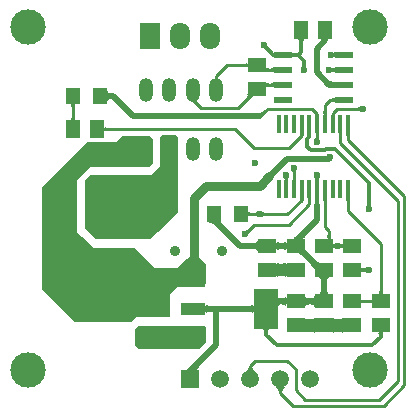
<source format=gbl>
G04 Layer_Physical_Order=2*
G04 Layer_Color=16711680*
%FSLAX44Y44*%
%MOMM*%
G71*
G01*
G75*
%ADD11C,1.0000*%
%ADD12C,0.2540*%
%ADD13C,0.5000*%
%ADD14C,0.3000*%
%ADD15C,1.5000*%
%ADD16C,3.0000*%
%ADD17C,0.9000*%
%ADD18R,1.5000X1.5000*%
%ADD19C,1.5000*%
%ADD20O,1.7000X2.3000*%
%ADD21R,1.7000X2.3000*%
%ADD22O,1.2000X2.0000*%
%ADD23C,0.6000*%
%ADD24R,1.2700X1.6002*%
%ADD25R,1.5240X0.5080*%
%ADD26R,0.3000X1.6000*%
%ADD27R,1.2700X1.3970*%
%ADD28R,1.5000X3.7500*%
%ADD29R,2.1500X3.5000*%
%ADD30R,2.1500X1.1000*%
%ADD31R,2.1500X1.1000*%
%ADD32R,1.6002X1.2700*%
%ADD33C,0.8000*%
G36*
X266950Y106414D02*
X267023Y106408D01*
X267327Y106400D01*
X267477Y103860D01*
X267172Y103851D01*
X266950Y103831D01*
Y102590D01*
X266924Y102831D01*
X266847Y103047D01*
X266719Y103238D01*
X266539Y103403D01*
X266307Y103542D01*
X266086Y103632D01*
X265884Y103546D01*
X265674Y103432D01*
X265481Y103301D01*
X265303Y103153D01*
X265141Y102987D01*
X262890Y105194D01*
X260639Y102987D01*
X260477Y103153D01*
X260299Y103301D01*
X260106Y103432D01*
X259896Y103546D01*
X259694Y103632D01*
X259473Y103542D01*
X259241Y103403D01*
X259061Y103238D01*
X258933Y103047D01*
X258856Y102831D01*
X258830Y102590D01*
Y103831D01*
X258608Y103851D01*
X258303Y103860D01*
X258453Y106400D01*
X258757Y106408D01*
X258830Y106414D01*
Y107670D01*
X258856Y107429D01*
X258933Y107213D01*
X259061Y107022D01*
X259241Y106857D01*
X259473Y106718D01*
X259755Y106603D01*
X259810Y106589D01*
X259834Y106595D01*
X260068Y106681D01*
X260288Y106783D01*
X260494Y106900D01*
X260685Y107033D01*
X260863Y107181D01*
X262890Y105194D01*
X264917Y107181D01*
X265095Y107033D01*
X265286Y106900D01*
X265492Y106783D01*
X265712Y106681D01*
X265946Y106595D01*
X265970Y106589D01*
X266025Y106603D01*
X266307Y106718D01*
X266539Y106857D01*
X266719Y107022D01*
X266847Y107213D01*
X266924Y107429D01*
X266950Y107670D01*
Y106414D01*
D02*
G37*
G36*
X194950Y100130D02*
X194900Y100605D01*
X194749Y101030D01*
X194497Y101405D01*
X194145Y101730D01*
X193692Y102005D01*
X193139Y102230D01*
X192485Y102405D01*
X191730Y102530D01*
X190875Y102605D01*
X189919Y102630D01*
Y107630D01*
X190875Y107655D01*
X191730Y107730D01*
X192485Y107855D01*
X193139Y108030D01*
X193692Y108255D01*
X194145Y108530D01*
X194497Y108855D01*
X194749Y109230D01*
X194900Y109655D01*
X194950Y110130D01*
Y100130D01*
D02*
G37*
G36*
X127000Y197000D02*
Y183000D01*
Y134000D01*
X110000Y117000D01*
X104000Y111000D01*
X58000D01*
X53000Y116000D01*
X49000Y120000D01*
Y128000D01*
Y161000D01*
X50000Y162000D01*
X53000Y165000D01*
X105000D01*
X109000Y169000D01*
X112000Y172000D01*
Y177000D01*
Y197000D01*
X114000Y199000D01*
X125000D01*
X127000Y197000D01*
D02*
G37*
G36*
X218950Y100130D02*
X218900Y100605D01*
X218749Y101030D01*
X218497Y101405D01*
X218145Y101730D01*
X217692Y102005D01*
X217139Y102230D01*
X216485Y102405D01*
X215730Y102530D01*
X214893Y102604D01*
X214060Y102530D01*
X213311Y102405D01*
X212661Y102230D01*
X212111Y102005D01*
X211660Y101730D01*
X211311Y101405D01*
X211061Y101030D01*
X210910Y100605D01*
X210861Y100130D01*
Y110130D01*
X210910Y109655D01*
X211061Y109230D01*
X211311Y108855D01*
X211660Y108530D01*
X212111Y108255D01*
X212661Y108030D01*
X213311Y107855D01*
X214060Y107730D01*
X214893Y107657D01*
X215730Y107730D01*
X216485Y107855D01*
X217139Y108030D01*
X217692Y108255D01*
X218145Y108530D01*
X218497Y108855D01*
X218749Y109230D01*
X218900Y109655D01*
X218950Y110130D01*
Y100130D01*
D02*
G37*
G36*
X234528Y105025D02*
X234373Y104585D01*
X234363Y104068D01*
X234501Y103475D01*
X234784Y102806D01*
X235214Y102061D01*
X235790Y101240D01*
X236512Y100342D01*
X238396Y98318D01*
X234368Y95275D01*
X233362Y96246D01*
X231549Y97778D01*
X230743Y98340D01*
X230002Y98764D01*
X229328Y99053D01*
X228721Y99205D01*
X228180Y99220D01*
X227705Y99099D01*
X227297Y98841D01*
X234830Y105389D01*
X234528Y105025D01*
D02*
G37*
G36*
X282890Y87525D02*
X282980Y87270D01*
X283130Y87045D01*
X283340Y86850D01*
X283610Y86685D01*
X283941Y86550D01*
X284331Y86445D01*
X284781Y86370D01*
X285057Y86346D01*
X285307Y86368D01*
X285563Y86413D01*
X285797Y86471D01*
X286010Y86541D01*
X286200Y86625D01*
X286368Y86721D01*
X286514Y86831D01*
X286639Y86953D01*
X286863Y82759D01*
X286732Y82864D01*
X286579Y82957D01*
X286406Y83040D01*
X286211Y83112D01*
X285994Y83172D01*
X285756Y83222D01*
X285497Y83260D01*
X285175Y83285D01*
X284781Y83250D01*
X284331Y83175D01*
X283941Y83070D01*
X283610Y82935D01*
X283340Y82770D01*
X283130Y82575D01*
X282980Y82350D01*
X282890Y82095D01*
X282861Y81810D01*
Y87810D01*
X282890Y87525D01*
D02*
G37*
G36*
X255415Y78471D02*
X254990Y78320D01*
X254615Y78068D01*
X254290Y77716D01*
X254015Y77263D01*
X253790Y76710D01*
X253615Y76056D01*
X253490Y75301D01*
X253415Y74446D01*
X253390Y73491D01*
X248390D01*
X248365Y74446D01*
X248290Y75301D01*
X248165Y76056D01*
X247990Y76710D01*
X247765Y77263D01*
X247490Y77716D01*
X247165Y78068D01*
X246790Y78320D01*
X246365Y78471D01*
X245890Y78521D01*
X255890D01*
X255415Y78471D01*
D02*
G37*
G36*
X218920Y89825D02*
X218960Y89823D01*
X220861Y89810D01*
Y79810D01*
X218960Y79797D01*
X218920Y79794D01*
Y78491D01*
X218820Y78741D01*
X218519Y78966D01*
X218020Y79163D01*
X217320Y79335D01*
X216420Y79480D01*
X215563Y79555D01*
X212460Y79335D01*
X211761Y79163D01*
X211261Y78966D01*
X210961Y78741D01*
X210861Y78491D01*
Y79795D01*
X210819Y79797D01*
X208920Y79810D01*
Y89810D01*
X210819Y89823D01*
X210861Y89826D01*
Y91130D01*
X210961Y90879D01*
X211261Y90654D01*
X211761Y90457D01*
X212460Y90285D01*
X213361Y90140D01*
X214217Y90065D01*
X217320Y90285D01*
X218020Y90457D01*
X218519Y90654D01*
X218820Y90879D01*
X218920Y91130D01*
Y89825D01*
D02*
G37*
G36*
X243114Y93636D02*
X245004Y92028D01*
X245830Y91449D01*
X246577Y91021D01*
X247245Y90742D01*
X247833Y90614D01*
X248341Y90636D01*
X248771Y90808D01*
X249120Y91130D01*
X242920Y83188D01*
X243163Y83616D01*
X243274Y84106D01*
X243252Y84658D01*
X243098Y85272D01*
X242811Y85948D01*
X242391Y86687D01*
X241838Y87487D01*
X241153Y88349D01*
X240335Y89273D01*
X239384Y90259D01*
X242049Y94665D01*
X243114Y93636D01*
D02*
G37*
G36*
X199203Y133912D02*
X199388Y133771D01*
X199588Y133647D01*
X199803Y133539D01*
X200033Y133448D01*
X200278Y133373D01*
X200538Y133315D01*
X200813Y133273D01*
X201103Y133248D01*
X201408Y133240D01*
Y130700D01*
X201103Y130692D01*
X200813Y130667D01*
X200538Y130625D01*
X200278Y130567D01*
X200033Y130492D01*
X199803Y130401D01*
X199588Y130293D01*
X199388Y130169D01*
X199203Y130028D01*
X199032Y129870D01*
X196890Y131970D01*
X199032Y134070D01*
X199203Y133912D01*
D02*
G37*
G36*
X196890Y131970D02*
X194748Y129870D01*
X194577Y130028D01*
X194392Y130169D01*
X194192Y130293D01*
X193977Y130401D01*
X193747Y130492D01*
X193502Y130567D01*
X193242Y130625D01*
X192967Y130667D01*
X192677Y130692D01*
X192372Y130700D01*
Y133240D01*
X192677Y133248D01*
X192967Y133273D01*
X193242Y133315D01*
X193502Y133373D01*
X193747Y133448D01*
X193977Y133539D01*
X194192Y133647D01*
X194392Y133771D01*
X194577Y133912D01*
X194748Y134070D01*
X196890Y131970D01*
D02*
G37*
G36*
X246909Y141737D02*
X243371D01*
X243422Y141837D01*
X243468Y142032D01*
X243508Y142321D01*
X243573Y143180D01*
X243640Y146970D01*
X246640D01*
X246909Y141737D01*
D02*
G37*
G36*
X290396Y140045D02*
X290444Y139465D01*
X290486Y139207D01*
X290540Y138970D01*
X290606Y138756D01*
X290684Y138562D01*
X290774Y138391D01*
X290876Y138241D01*
X290990Y138112D01*
X286790D01*
X286904Y138241D01*
X287006Y138391D01*
X287096Y138562D01*
X287174Y138756D01*
X287240Y138970D01*
X287294Y139207D01*
X287336Y139465D01*
X287366Y139744D01*
X287390Y140368D01*
X290390D01*
X290396Y140045D01*
D02*
G37*
G36*
X186635Y134269D02*
X186712Y134053D01*
X186840Y133862D01*
X187020Y133697D01*
X187252Y133558D01*
X187534Y133443D01*
X187869Y133354D01*
X188254Y133291D01*
X188691Y133253D01*
X189179Y133240D01*
Y130700D01*
X188691Y130687D01*
X188254Y130649D01*
X187869Y130586D01*
X187534Y130497D01*
X187252Y130382D01*
X187020Y130243D01*
X186840Y130078D01*
X186712Y129887D01*
X186635Y129671D01*
X186609Y129430D01*
Y134510D01*
X186635Y134269D01*
D02*
G37*
G36*
X236140Y114665D02*
X235872Y114338D01*
X235635Y114003D01*
X235429Y113661D01*
X235256Y113311D01*
X235113Y112954D01*
X235003Y112589D01*
X234924Y112217D01*
X234876Y111837D01*
X234860Y111449D01*
X222299Y111419D01*
X223002Y111456D01*
X223706Y111564D01*
X224411Y111744D01*
X225116Y111994D01*
X225823Y112315D01*
X226531Y112707D01*
X227239Y113170D01*
X227948Y113704D01*
X228659Y114309D01*
X229370Y114985D01*
X236441D01*
X236140Y114665D01*
D02*
G37*
G36*
X256173Y113501D02*
X256211Y113064D01*
X256274Y112678D01*
X256363Y112344D01*
X256478Y112062D01*
X256617Y111830D01*
X256782Y111650D01*
X256973Y111522D01*
X257189Y111445D01*
X257430Y111419D01*
X252350D01*
X252591Y111445D01*
X252807Y111522D01*
X252998Y111650D01*
X253163Y111830D01*
X253302Y112062D01*
X253417Y112344D01*
X253506Y112678D01*
X253569Y113064D01*
X253607Y113501D01*
X253620Y113989D01*
X256160D01*
X256173Y113501D01*
D02*
G37*
G36*
X163739Y124980D02*
X163777Y124874D01*
X163894Y124697D01*
X164090Y124450D01*
X164717Y123743D01*
X166916Y121480D01*
X159845D01*
X159137Y122152D01*
X158430Y122753D01*
X157723Y123283D01*
X157016Y123743D01*
X156309Y124132D01*
X155602Y124450D01*
X154895Y124697D01*
X154188Y124874D01*
X153481Y124980D01*
X152774Y125015D01*
X163780D01*
X163739Y124980D01*
D02*
G37*
G36*
X187983Y117267D02*
X187773Y117045D01*
X187586Y116823D01*
X187421Y116599D01*
X187278Y116374D01*
X187157Y116148D01*
X187059Y115920D01*
X186983Y115692D01*
X186930Y115463D01*
X186899Y115232D01*
X186890Y115000D01*
X183920Y117970D01*
X184152Y117979D01*
X184383Y118010D01*
X184612Y118063D01*
X184841Y118139D01*
X185068Y118237D01*
X185294Y118358D01*
X185519Y118500D01*
X185742Y118666D01*
X185965Y118853D01*
X186187Y119063D01*
X187983Y117267D01*
D02*
G37*
G36*
X105890Y195970D02*
X105890Y174970D01*
X102890Y171970D01*
X52890D01*
X47890Y166970D01*
X41890Y160970D01*
Y141970D01*
Y116970D01*
X45890Y112970D01*
X55890Y102970D01*
X90890D01*
X97890Y95970D01*
X107890Y85970D01*
X126890D01*
X134890Y93970D01*
X136890Y95970D01*
X144890D01*
X150890Y89970D01*
Y84970D01*
Y72970D01*
X147890Y69970D01*
X126890D01*
X120890Y63970D01*
Y62970D01*
Y46970D01*
X118890Y44970D01*
X91890D01*
X87890Y40970D01*
X39890D01*
X34890Y45970D01*
X11890Y68970D01*
Y129970D01*
Y154970D01*
X16890Y159970D01*
X49890Y192970D01*
X74890D01*
X75890Y193970D01*
X79890Y197970D01*
X103890D01*
X105890Y195970D01*
D02*
G37*
G36*
X204605Y34501D02*
X204350Y34410D01*
X204125Y34258D01*
X203930Y34046D01*
X203765Y33773D01*
X203630Y33440D01*
X203525Y33046D01*
X203450Y32592D01*
X203405Y32076D01*
X203390Y31500D01*
X200390D01*
X200375Y32076D01*
X200330Y32592D01*
X200255Y33046D01*
X200150Y33440D01*
X200015Y33773D01*
X199850Y34046D01*
X199655Y34258D01*
X199430Y34410D01*
X199175Y34501D01*
X198890Y34531D01*
X204890D01*
X204605Y34501D01*
D02*
G37*
G36*
X266919Y42825D02*
X266961Y42823D01*
X268860Y42810D01*
Y32810D01*
X266961Y32797D01*
X266919Y32794D01*
Y31490D01*
X266819Y31741D01*
X266520Y31965D01*
X266019Y32163D01*
X265319Y32335D01*
X264419Y32480D01*
X263563Y32555D01*
X260460Y32335D01*
X259760Y32163D01*
X259261Y31965D01*
X258960Y31741D01*
X258860Y31490D01*
Y32796D01*
X258820Y32797D01*
X256919Y32810D01*
Y42810D01*
X258820Y42823D01*
X258860Y42826D01*
Y44130D01*
X258960Y43879D01*
X259261Y43654D01*
X259760Y43457D01*
X260460Y43285D01*
X261360Y43140D01*
X262217Y43065D01*
X265319Y43285D01*
X266019Y43457D01*
X266520Y43654D01*
X266819Y43879D01*
X266919Y44130D01*
Y42825D01*
D02*
G37*
G36*
X242920D02*
X242960Y42823D01*
X244860Y42810D01*
Y32810D01*
X242960Y32797D01*
X242920Y32794D01*
Y31490D01*
X242819Y31741D01*
X242519Y31965D01*
X242020Y32163D01*
X241320Y32335D01*
X240420Y32480D01*
X239563Y32555D01*
X236460Y32335D01*
X235760Y32163D01*
X235261Y31965D01*
X234960Y31741D01*
X234860Y31490D01*
Y32796D01*
X234820Y32797D01*
X232920Y32810D01*
Y42810D01*
X234820Y42823D01*
X234860Y42826D01*
Y44130D01*
X234960Y43879D01*
X235261Y43654D01*
X235760Y43457D01*
X236460Y43285D01*
X237360Y43140D01*
X238217Y43065D01*
X241320Y43285D01*
X242020Y43457D01*
X242519Y43654D01*
X242819Y43879D01*
X242920Y44130D01*
Y42825D01*
D02*
G37*
G36*
X301605Y31491D02*
X301350Y31400D01*
X301125Y31248D01*
X300930Y31036D01*
X300765Y30763D01*
X300630Y30430D01*
X300525Y30036D01*
X300450Y29581D01*
X300405Y29066D01*
X300390Y28491D01*
X297390D01*
X297375Y29066D01*
X297330Y29581D01*
X297255Y30036D01*
X297150Y30430D01*
X297015Y30763D01*
X296850Y31036D01*
X296655Y31248D01*
X296430Y31400D01*
X296175Y31491D01*
X295890Y31521D01*
X301890D01*
X301605Y31491D01*
D02*
G37*
G36*
X189998Y3194D02*
X190110Y2608D01*
X190297Y2011D01*
X190560Y1404D01*
X190897Y787D01*
X191309Y159D01*
X191796Y-479D01*
X192358Y-1127D01*
X192995Y-1786D01*
X193707Y-2455D01*
X183673D01*
X184385Y-1786D01*
X185584Y-479D01*
X186071Y159D01*
X186483Y787D01*
X186821Y1404D01*
X187083Y2011D01*
X187270Y2608D01*
X187383Y3194D01*
X187420Y3770D01*
X189960D01*
X189998Y3194D01*
D02*
G37*
G36*
X217828Y-14600D02*
X217310Y-15052D01*
X216853Y-15520D01*
X216457Y-16003D01*
X216122Y-16502D01*
X215847Y-17017D01*
X215634Y-17546D01*
X215482Y-18092D01*
X215390Y-18653D01*
X215360Y-19230D01*
X212820D01*
X212789Y-18653D01*
X212698Y-18092D01*
X212546Y-17546D01*
X212332Y-17017D01*
X212058Y-16502D01*
X211723Y-16003D01*
X211327Y-15520D01*
X210870Y-15052D01*
X210352Y-14600D01*
X209773Y-14163D01*
X218407D01*
X217828Y-14600D01*
D02*
G37*
G36*
X151000Y36000D02*
Y24000D01*
X145000Y18000D01*
X94000D01*
X91000Y21000D01*
Y25000D01*
Y35000D01*
X93130Y37129D01*
X149871D01*
X151000Y36000D01*
D02*
G37*
G36*
X145511Y2975D02*
X144873Y2303D01*
X144373Y1702D01*
X144012Y1172D01*
X143789Y712D01*
X143705Y323D01*
X143759Y5D01*
X143952Y-242D01*
X144283Y-419D01*
X144752Y-525D01*
X145359Y-560D01*
X131368Y-591D01*
X132089Y-536D01*
X132846Y-375D01*
X133639Y-108D01*
X134469Y266D01*
X135335Y746D01*
X136236Y1333D01*
X137175Y2026D01*
X139160Y3731D01*
X140207Y4743D01*
X145511Y2975D01*
D02*
G37*
G36*
X242950Y53130D02*
X242900Y53605D01*
X242749Y54030D01*
X242497Y54405D01*
X242145Y54730D01*
X241692Y55005D01*
X241139Y55230D01*
X240485Y55405D01*
X239730Y55530D01*
X238893Y55603D01*
X238060Y55530D01*
X237311Y55405D01*
X236660Y55230D01*
X236110Y55005D01*
X235660Y54730D01*
X235310Y54405D01*
X235061Y54030D01*
X234911Y53605D01*
X234860Y53130D01*
Y63130D01*
X234911Y62655D01*
X235061Y62230D01*
X235310Y61855D01*
X235660Y61530D01*
X236110Y61255D01*
X236660Y61030D01*
X237311Y60855D01*
X238060Y60730D01*
X238893Y60656D01*
X239730Y60730D01*
X240485Y60855D01*
X241139Y61030D01*
X241692Y61255D01*
X242145Y61530D01*
X242497Y61855D01*
X242749Y62230D01*
X242900Y62655D01*
X242950Y63130D01*
Y53130D01*
D02*
G37*
G36*
X290950Y55590D02*
X290924Y55831D01*
X290847Y56047D01*
X290719Y56238D01*
X290539Y56403D01*
X290307Y56543D01*
X290025Y56657D01*
X289690Y56746D01*
X289305Y56809D01*
X288868Y56847D01*
X288379Y56860D01*
Y59400D01*
X288868Y59413D01*
X289305Y59451D01*
X289690Y59514D01*
X290025Y59603D01*
X290307Y59717D01*
X290539Y59857D01*
X290719Y60022D01*
X290847Y60213D01*
X290924Y60429D01*
X290950Y60670D01*
Y55590D01*
D02*
G37*
G36*
X300173Y66501D02*
X300211Y66064D01*
X300274Y65679D01*
X300363Y65344D01*
X300478Y65062D01*
X300617Y64830D01*
X300782Y64650D01*
X300973Y64522D01*
X301189Y64445D01*
X301430Y64419D01*
X296350D01*
X296591Y64445D01*
X296807Y64522D01*
X296998Y64650D01*
X297163Y64830D01*
X297302Y65062D01*
X297417Y65344D01*
X297506Y65679D01*
X297569Y66064D01*
X297607Y66501D01*
X297620Y66989D01*
X300160D01*
X300173Y66501D01*
D02*
G37*
G36*
X253415Y68494D02*
X253490Y67639D01*
X253615Y66884D01*
X253790Y66230D01*
X254015Y65677D01*
X254290Y65224D01*
X254615Y64872D01*
X254990Y64620D01*
X255415Y64469D01*
X255890Y64419D01*
X245890D01*
X246365Y64469D01*
X246790Y64620D01*
X247165Y64872D01*
X247490Y65224D01*
X247765Y65677D01*
X247990Y66230D01*
X248165Y66884D01*
X248290Y67639D01*
X248365Y68494D01*
X248390Y69450D01*
X253390D01*
X253415Y68494D01*
D02*
G37*
G36*
X282886Y60429D02*
X282962Y60213D01*
X283089Y60022D01*
X283267Y59857D01*
X283496Y59717D01*
X283775Y59603D01*
X284105Y59514D01*
X284486Y59451D01*
X284918Y59413D01*
X285401Y59400D01*
Y56860D01*
X284918Y56847D01*
X284486Y56809D01*
X284105Y56746D01*
X283775Y56657D01*
X283496Y56543D01*
X283267Y56403D01*
X283089Y56238D01*
X282962Y56047D01*
X282886Y55831D01*
X282861Y55590D01*
Y60670D01*
X282886Y60429D01*
D02*
G37*
G36*
X191201Y46970D02*
X191151Y47445D01*
X191000Y47870D01*
X190748Y48245D01*
X190396Y48570D01*
X189943Y48845D01*
X189390Y49070D01*
X188736Y49245D01*
X187981Y49370D01*
X187126Y49445D01*
X186171Y49470D01*
Y54470D01*
X187126Y54495D01*
X187981Y54570D01*
X188736Y54695D01*
X189390Y54870D01*
X189943Y55095D01*
X190396Y55370D01*
X190748Y55695D01*
X191000Y56070D01*
X191151Y56495D01*
X191201Y56970D01*
Y46970D01*
D02*
G37*
G36*
X203608Y50103D02*
X203562Y49908D01*
X203522Y49619D01*
X203457Y48760D01*
X203390Y44970D01*
X200390D01*
X200121Y50203D01*
X203659D01*
X203608Y50103D01*
D02*
G37*
G36*
X218950Y53130D02*
X218900Y53605D01*
X218749Y54030D01*
X218497Y54405D01*
X218145Y54730D01*
X217692Y55005D01*
X217139Y55230D01*
X216485Y55405D01*
X215730Y55530D01*
X214875Y55605D01*
X213920Y55630D01*
Y60630D01*
X214875Y60655D01*
X215730Y60730D01*
X216485Y60855D01*
X217139Y61030D01*
X217692Y61255D01*
X218145Y61530D01*
X218497Y61855D01*
X218749Y62230D01*
X218900Y62655D01*
X218950Y63130D01*
Y53130D01*
D02*
G37*
G36*
X150660Y56495D02*
X150810Y56070D01*
X151060Y55695D01*
X151410Y55370D01*
X151860Y55095D01*
X152410Y54870D01*
X153060Y54695D01*
X153810Y54570D01*
X154660Y54495D01*
X155610Y54470D01*
Y51752D01*
X158890Y54470D01*
Y51970D01*
X158122Y49202D01*
X154180Y49403D01*
X153810Y49370D01*
X153060Y49245D01*
X152410Y49070D01*
X151860Y48845D01*
X151410Y48570D01*
X151060Y48245D01*
X150810Y47870D01*
X150660Y47445D01*
X150610Y46970D01*
Y56970D01*
X150660Y56495D01*
D02*
G37*
G36*
X208265Y239111D02*
X208240Y239346D01*
X208164Y239557D01*
X208037Y239743D01*
X207859Y239904D01*
X207631Y240040D01*
X207351Y240152D01*
X207021Y240238D01*
X206640Y240300D01*
X206208Y240338D01*
X205725Y240350D01*
Y242890D01*
X206208Y242902D01*
X206640Y242940D01*
X207021Y243001D01*
X207351Y243088D01*
X207631Y243200D01*
X207859Y243336D01*
X208037Y243497D01*
X208164Y243683D01*
X208240Y243894D01*
X208265Y244130D01*
Y239111D01*
D02*
G37*
G36*
X201886Y243894D02*
X201962Y243683D01*
X202089Y243497D01*
X202267Y243336D01*
X202495Y243200D01*
X202775Y243088D01*
X203105Y243001D01*
X203486Y242940D01*
X203918Y242902D01*
X204401Y242890D01*
Y240350D01*
X203918Y240337D01*
X203486Y240299D01*
X203105Y240236D01*
X202775Y240147D01*
X202495Y240033D01*
X202267Y239893D01*
X202089Y239728D01*
X201962Y239537D01*
X201886Y239321D01*
X201861Y239080D01*
Y244130D01*
X201886Y243894D01*
D02*
G37*
G36*
X161167Y248514D02*
X161225Y247747D01*
X161276Y247435D01*
X161341Y247171D01*
X161420Y246956D01*
X161514Y246788D01*
X161623Y246668D01*
X161745Y246596D01*
X161883Y246572D01*
X157897D01*
X158035Y246596D01*
X158157Y246668D01*
X158266Y246788D01*
X158360Y246956D01*
X158439Y247171D01*
X158504Y247435D01*
X158555Y247747D01*
X158591Y248107D01*
X158620Y248970D01*
X161160D01*
X161167Y248514D01*
D02*
G37*
G36*
X260336Y239111D02*
X255540Y239120D01*
Y244120D01*
X260336Y244130D01*
Y239111D01*
D02*
G37*
G36*
X191163Y231521D02*
X190894Y231588D01*
X190606Y231600D01*
X190297Y231556D01*
X189968Y231456D01*
X189619Y231301D01*
X189249Y231091D01*
X188860Y230825D01*
X188450Y230504D01*
X188020Y230127D01*
X187570Y229694D01*
X184123Y229839D01*
X184703Y230437D01*
X185598Y231473D01*
X185913Y231911D01*
X186139Y232297D01*
X186278Y232630D01*
X186328Y232909D01*
X186290Y233136D01*
X186164Y233310D01*
X185950Y233432D01*
X191163Y231521D01*
D02*
G37*
G36*
X143627Y228487D02*
X143441Y228367D01*
X143330Y228208D01*
X143295Y228009D01*
X143335Y227772D01*
X143449Y227495D01*
X143639Y227179D01*
X143905Y226823D01*
X144245Y226429D01*
X144661Y225995D01*
X141870Y225194D01*
X141389Y225657D01*
X140486Y226419D01*
X140065Y226718D01*
X139663Y226961D01*
X139282Y227149D01*
X138920Y227282D01*
X138579Y227360D01*
X138257Y227383D01*
X137955Y227351D01*
X143888Y228568D01*
X143627Y228487D01*
D02*
G37*
G36*
X40759Y225020D02*
X40543Y224943D01*
X40352Y224815D01*
X40187Y224635D01*
X40047Y224403D01*
X39933Y224121D01*
X39844Y223786D01*
X39781Y223401D01*
X39743Y222964D01*
X39730Y222475D01*
X37190D01*
X37177Y222964D01*
X37139Y223401D01*
X37076Y223786D01*
X36987Y224121D01*
X36872Y224403D01*
X36733Y224635D01*
X36568Y224815D01*
X36377Y224943D01*
X36161Y225020D01*
X35920Y225046D01*
X41000D01*
X40759Y225020D01*
D02*
G37*
G36*
X67652Y235888D02*
X67780Y235590D01*
X67994Y235328D01*
X68294Y235100D01*
X68679Y234908D01*
X69150Y234750D01*
X69707Y234627D01*
X70349Y234540D01*
X71077Y234487D01*
X71890Y234470D01*
Y229470D01*
X71077Y229452D01*
X69707Y229312D01*
X69150Y229190D01*
X68679Y229032D01*
X68294Y228840D01*
X67994Y228612D01*
X67780Y228350D01*
X67652Y228052D01*
X67609Y227719D01*
Y236220D01*
X67652Y235888D01*
D02*
G37*
G36*
X260336Y226411D02*
X260310Y226646D01*
X260234Y226857D01*
X260107Y227043D01*
X259929Y227204D01*
X259701Y227340D01*
X259421Y227452D01*
X259091Y227538D01*
X258710Y227600D01*
X258278Y227638D01*
X257796Y227650D01*
Y230190D01*
X258278Y230202D01*
X258710Y230240D01*
X259091Y230301D01*
X259421Y230388D01*
X259701Y230500D01*
X259929Y230636D01*
X260107Y230797D01*
X260234Y230983D01*
X260310Y231194D01*
X260336Y231430D01*
Y226411D01*
D02*
G37*
G36*
Y268576D02*
X260354Y268573D01*
X260634Y268543D01*
X261259Y268520D01*
X261316Y265520D01*
X260994Y265514D01*
X260414Y265465D01*
X260336Y265452D01*
Y264510D01*
X260306Y264702D01*
X260215Y264874D01*
X260065Y265025D01*
X259855Y265157D01*
X259608Y265258D01*
X259514Y265219D01*
X259343Y265127D01*
X259194Y265023D01*
X259067Y264906D01*
X259059Y265394D01*
X258866Y265429D01*
X258416Y265480D01*
X257906Y265510D01*
X257335Y265520D01*
Y268520D01*
X257906Y268530D01*
X258866Y268611D01*
X259005Y268636D01*
X258997Y269105D01*
X259126Y268994D01*
X259277Y268895D01*
X259450Y268807D01*
X259557Y268765D01*
X259585Y268772D01*
X259855Y268883D01*
X260065Y269015D01*
X260215Y269166D01*
X260306Y269338D01*
X260336Y269529D01*
Y268576D01*
D02*
G37*
G36*
X223475Y269338D02*
X223564Y269166D01*
X223715Y269015D01*
X223925Y268883D01*
X224195Y268772D01*
X224524Y268682D01*
X224914Y268611D01*
X225364Y268560D01*
X225875Y268530D01*
X226444Y268520D01*
Y265520D01*
X225875Y265510D01*
X224914Y265429D01*
X224524Y265359D01*
X224195Y265268D01*
X223925Y265157D01*
X223715Y265025D01*
X223564Y264874D01*
X223475Y264702D01*
X223444Y264510D01*
Y269529D01*
X223475Y269338D01*
D02*
G37*
G36*
X234445Y279970D02*
X234190Y279879D01*
X233965Y279729D01*
X233770Y279520D01*
X233605Y279249D01*
X233470Y278920D01*
X233365Y278529D01*
X233290Y278079D01*
X233245Y277570D01*
X233230Y276999D01*
X230230D01*
X230215Y277570D01*
X230170Y278079D01*
X230095Y278529D01*
X229990Y278920D01*
X229855Y279249D01*
X229690Y279520D01*
X229495Y279729D01*
X229270Y279879D01*
X229015Y279970D01*
X228730Y280000D01*
X234730D01*
X234445Y279970D01*
D02*
G37*
G36*
X202900Y274769D02*
X202934Y274590D01*
X202992Y274405D01*
X203073Y274214D01*
X203178Y274015D01*
X203307Y273810D01*
X203460Y273598D01*
X203636Y273379D01*
X204061Y272921D01*
X201939Y270799D01*
X201707Y271023D01*
X201262Y271400D01*
X201050Y271553D01*
X200845Y271682D01*
X200646Y271787D01*
X200455Y271868D01*
X200270Y271926D01*
X200091Y271960D01*
X199920Y271970D01*
X202890Y274940D01*
X202900Y274769D01*
D02*
G37*
G36*
X235396Y258045D02*
X235444Y257465D01*
X235486Y257207D01*
X235540Y256970D01*
X235606Y256756D01*
X235684Y256562D01*
X235774Y256391D01*
X235876Y256241D01*
X235990Y256112D01*
X231790D01*
X231904Y256241D01*
X232006Y256391D01*
X232096Y256562D01*
X232174Y256756D01*
X232240Y256970D01*
X232294Y257207D01*
X232336Y257465D01*
X232366Y257744D01*
X232390Y258368D01*
X235390D01*
X235396Y258045D01*
D02*
G37*
G36*
X201886Y256619D02*
X201962Y256403D01*
X202089Y256212D01*
X202267Y256047D01*
X202495Y255907D01*
X202775Y255793D01*
X203105Y255704D01*
X203486Y255641D01*
X203918Y255603D01*
X204401Y255590D01*
Y253050D01*
X203918Y253038D01*
X203486Y253000D01*
X203105Y252938D01*
X202775Y252852D01*
X202495Y252740D01*
X202267Y252604D01*
X202089Y252443D01*
X201962Y252257D01*
X201886Y252046D01*
X201861Y251810D01*
Y256860D01*
X201886Y256619D01*
D02*
G37*
G36*
X208265Y251810D02*
X208240Y252046D01*
X208164Y252257D01*
X208037Y252443D01*
X207859Y252604D01*
X207631Y252740D01*
X207351Y252852D01*
X207021Y252938D01*
X206640Y253000D01*
X206208Y253038D01*
X205725Y253050D01*
Y255590D01*
X206208Y255602D01*
X206640Y255640D01*
X207021Y255702D01*
X207351Y255788D01*
X207631Y255900D01*
X207859Y256036D01*
X208037Y256197D01*
X208164Y256383D01*
X208240Y256594D01*
X208265Y256829D01*
Y251810D01*
D02*
G37*
G36*
X260336D02*
X260306Y252002D01*
X260215Y252174D01*
X260065Y252325D01*
X259855Y252457D01*
X259585Y252568D01*
X259256Y252659D01*
X258866Y252729D01*
X258586Y252761D01*
X258563Y252758D01*
X258309Y252710D01*
X258078Y252649D01*
X257869Y252573D01*
X257684Y252484D01*
X257521Y252381D01*
X257380Y252265D01*
X257263Y252134D01*
X256773Y256306D01*
X256904Y256213D01*
X257057Y256131D01*
X257231Y256058D01*
X257427Y255995D01*
X257644Y255941D01*
X257882Y255898D01*
X258245Y255859D01*
X258866Y255911D01*
X259256Y255982D01*
X259585Y256072D01*
X259855Y256183D01*
X260065Y256315D01*
X260215Y256466D01*
X260306Y256638D01*
X260336Y256829D01*
Y251810D01*
D02*
G37*
G36*
X185950Y255590D02*
X185924Y255831D01*
X185847Y256047D01*
X185719Y256238D01*
X185539Y256403D01*
X185307Y256542D01*
X185025Y256657D01*
X184690Y256746D01*
X184305Y256809D01*
X183868Y256847D01*
X183379Y256860D01*
Y259400D01*
X183868Y259413D01*
X184305Y259451D01*
X184690Y259514D01*
X185025Y259603D01*
X185307Y259718D01*
X185539Y259857D01*
X185719Y260022D01*
X185847Y260213D01*
X185924Y260429D01*
X185950Y260670D01*
Y255590D01*
D02*
G37*
G36*
X227110Y161439D02*
X224170D01*
X224220Y161465D01*
X224264Y161541D01*
X224303Y161668D01*
X224337Y161846D01*
X224365Y162075D01*
X224407Y162684D01*
X224430Y163979D01*
X226970D01*
X227110Y161439D01*
D02*
G37*
G36*
X246412Y163497D02*
X246447Y162950D01*
X247161Y163010D01*
X247019Y162829D01*
X246891Y162634D01*
X246778Y162426D01*
X246680Y162204D01*
X246598Y161968D01*
X246530Y161719D01*
X246527Y161704D01*
X246538Y161541D01*
X246572Y161465D01*
X246609Y161439D01*
X246476D01*
X246440Y161178D01*
X246418Y160888D01*
X246410Y160583D01*
X243870Y160349D01*
X243861Y160655D01*
X243834Y160944D01*
X243790Y161216D01*
X243735Y161439D01*
X243671D01*
X243708Y161465D01*
X243720Y161492D01*
X243647Y161712D01*
X243548Y161935D01*
X243432Y162141D01*
X243298Y162330D01*
X243146Y162504D01*
X242976Y162660D01*
X243846Y162733D01*
X243870Y163979D01*
X246410D01*
X246412Y163497D01*
D02*
G37*
G36*
X246410Y197356D02*
X246418Y197052D01*
X246440Y196761D01*
X246478Y196485D01*
X246530Y196221D01*
X246598Y195972D01*
X246680Y195736D01*
X246778Y195514D01*
X246891Y195306D01*
X247019Y195111D01*
X247161Y194930D01*
X242976Y195280D01*
X243146Y195436D01*
X243298Y195609D01*
X243432Y195799D01*
X243548Y196005D01*
X243647Y196228D01*
X243727Y196468D01*
X243790Y196724D01*
X243834Y196996D01*
X243861Y197285D01*
X243870Y197591D01*
X246410Y197356D01*
D02*
G37*
G36*
X227850Y168699D02*
X227683Y168539D01*
X227533Y168363D01*
X227401Y168170D01*
X227287Y167962D01*
X227190Y167737D01*
X227111Y167496D01*
X227049Y167239D01*
X227005Y166966D01*
X226979Y166677D01*
X226970Y166371D01*
X224430Y166549D01*
X224422Y166854D01*
X224399Y167144D01*
X224361Y167421D01*
X224307Y167683D01*
X224237Y167932D01*
X224152Y168166D01*
X224052Y168387D01*
X223936Y168594D01*
X223805Y168786D01*
X223659Y168965D01*
X227850Y168699D01*
D02*
G37*
G36*
X220412Y163497D02*
X220447Y162950D01*
X221161Y163010D01*
X221019Y162829D01*
X220891Y162634D01*
X220778Y162426D01*
X220680Y162204D01*
X220598Y161968D01*
X220530Y161719D01*
X220527Y161704D01*
X220538Y161541D01*
X220572Y161465D01*
X220609Y161439D01*
X220476D01*
X220440Y161178D01*
X220417Y160888D01*
X220410Y160583D01*
X217870Y160349D01*
X217861Y160655D01*
X217834Y160944D01*
X217789Y161216D01*
X217735Y161439D01*
X217670D01*
X217708Y161465D01*
X217720Y161492D01*
X217647Y161712D01*
X217548Y161935D01*
X217432Y162141D01*
X217298Y162330D01*
X217146Y162504D01*
X216976Y162660D01*
X217845Y162733D01*
X217870Y163979D01*
X220410D01*
X220412Y163497D01*
D02*
G37*
G36*
X253072Y145475D02*
X253038Y145399D01*
X253008Y145272D01*
X252982Y145094D01*
X252942Y144586D01*
X252910Y142961D01*
X250370D01*
X250368Y143443D01*
X250242Y145399D01*
X250208Y145475D01*
X250170Y145500D01*
X253109D01*
X253072Y145475D01*
D02*
G37*
G36*
X240072D02*
X240038Y145399D01*
X240008Y145272D01*
X239982Y145094D01*
X239942Y144586D01*
X239910Y142961D01*
X237370D01*
X237368Y143443D01*
X237242Y145399D01*
X237208Y145475D01*
X237171Y145500D01*
X240110D01*
X240072Y145475D01*
D02*
G37*
G36*
X233419Y145488D02*
X233417Y145449D01*
X233410Y144220D01*
X230870D01*
X230860Y145500D01*
X233421D01*
X233419Y145488D01*
D02*
G37*
G36*
X272572Y145475D02*
X272538Y145399D01*
X272508Y145272D01*
X272482Y145094D01*
X272442Y144586D01*
X272410Y142961D01*
X269870D01*
X269868Y143443D01*
X269742Y145399D01*
X269708Y145475D01*
X269671Y145500D01*
X272610D01*
X272572Y145475D01*
D02*
G37*
G36*
X202846Y219130D02*
X202190Y218466D01*
X199701Y215639D01*
X199528Y215361D01*
X199425Y215137D01*
X199390Y214968D01*
X196888Y217470D01*
X197057Y217505D01*
X197281Y217608D01*
X197560Y217781D01*
X197893Y218023D01*
X198725Y218714D01*
X200387Y220270D01*
X201050Y220926D01*
X202846Y219130D01*
D02*
G37*
G36*
X39743Y213992D02*
X39781Y213555D01*
X39844Y213170D01*
X39933Y212835D01*
X40047Y212553D01*
X40187Y212321D01*
X40352Y212141D01*
X40543Y212013D01*
X40759Y211936D01*
X41000Y211910D01*
X35920D01*
X36161Y211936D01*
X36377Y212013D01*
X36568Y212141D01*
X36733Y212321D01*
X36872Y212553D01*
X36987Y212835D01*
X37076Y213170D01*
X37139Y213555D01*
X37177Y213992D01*
X37190Y214480D01*
X39730D01*
X39743Y213992D01*
D02*
G37*
G36*
X281748Y218870D02*
X281577Y219028D01*
X281392Y219169D01*
X281192Y219293D01*
X280977Y219401D01*
X280747Y219492D01*
X280502Y219567D01*
X280242Y219625D01*
X279967Y219667D01*
X279677Y219692D01*
X279372Y219700D01*
Y222240D01*
X279677Y222248D01*
X279967Y222273D01*
X280242Y222315D01*
X280502Y222373D01*
X280747Y222447D01*
X280977Y222539D01*
X281192Y222647D01*
X281392Y222771D01*
X281577Y222912D01*
X281748Y223070D01*
Y218870D01*
D02*
G37*
G36*
X252912Y218497D02*
X253038Y216541D01*
X253072Y216465D01*
X253109Y216439D01*
X250170D01*
X250208Y216465D01*
X250242Y216541D01*
X250272Y216668D01*
X250298Y216846D01*
X250338Y217354D01*
X250370Y218979D01*
X252910D01*
X252912Y218497D01*
D02*
G37*
G36*
X65365Y206269D02*
X65442Y206053D01*
X65570Y205862D01*
X65750Y205697D01*
X65982Y205557D01*
X66264Y205443D01*
X66599Y205354D01*
X66984Y205291D01*
X67421Y205253D01*
X67909Y205240D01*
Y202700D01*
X67421Y202687D01*
X66984Y202649D01*
X66599Y202586D01*
X66264Y202497D01*
X65982Y202383D01*
X65750Y202243D01*
X65570Y202078D01*
X65442Y201887D01*
X65365Y201671D01*
X65339Y201430D01*
Y206510D01*
X65365Y206269D01*
D02*
G37*
G36*
X266072Y200475D02*
X266038Y200399D01*
X266008Y200272D01*
X265982Y200094D01*
X265942Y199586D01*
X265910Y197960D01*
X263370D01*
X263368Y198443D01*
X263242Y200399D01*
X263208Y200475D01*
X263171Y200501D01*
X266110D01*
X266072Y200475D01*
D02*
G37*
G36*
X246572D02*
X246538Y200399D01*
X246508Y200272D01*
X246482Y200094D01*
X246442Y199586D01*
X246410Y197960D01*
X243870D01*
X243868Y198443D01*
X243742Y200399D01*
X243708Y200475D01*
X243671Y200501D01*
X246609D01*
X246572Y200475D01*
D02*
G37*
G36*
X233419Y200488D02*
X233417Y200449D01*
X233410Y199220D01*
X230870D01*
X230860Y200501D01*
X233421D01*
X233419Y200488D01*
D02*
G37*
G36*
X272572Y200475D02*
X272538Y200399D01*
X272508Y200272D01*
X272482Y200094D01*
X272442Y199586D01*
X272410Y197960D01*
X269870D01*
X269868Y198443D01*
X269742Y200399D01*
X269708Y200475D01*
X269671Y200501D01*
X272610D01*
X272572Y200475D01*
D02*
G37*
D11*
X78970Y154970D02*
X104890D01*
X65970Y141970D02*
X78970Y154970D01*
X65890Y141970D02*
X65970D01*
X104890Y154970D02*
X119890Y169970D01*
X75890Y131970D02*
X89890D01*
X65890Y141970D02*
X75890Y131970D01*
X58890Y141970D02*
X65890D01*
X203890Y84810D02*
X226890D01*
Y37810D02*
X250890D01*
X274890D01*
X119890Y169970D02*
Y186970D01*
X112890Y30810D02*
X138050D01*
X139890Y28970D01*
D12*
X146890Y221970D02*
X178050D01*
X139890Y228970D02*
X146890Y221970D01*
X139890Y228970D02*
Y236970D01*
X192890Y7970D02*
X219890D01*
X188690Y3770D02*
X192890Y7970D01*
X188690Y-8030D02*
Y3770D01*
X313810Y-9110D02*
Y143050D01*
X297890Y-25030D02*
X313810Y-9110D01*
X234890Y-25030D02*
X297890D01*
X301810Y-30110D02*
X318890Y-13030D01*
X224970Y-30110D02*
X301810D01*
X318890Y-13030D02*
Y146970D01*
X214090Y-19230D02*
X224970Y-30110D01*
X226890Y-17030D02*
X234890Y-25030D01*
X274890Y105130D02*
X275730D01*
X254890D02*
X274890D01*
X226890Y-17030D02*
Y970D01*
X219890Y7970D02*
X226890Y970D01*
X214090Y-19230D02*
Y-8030D01*
X264640Y192220D02*
X313810Y143050D01*
X271140Y194720D02*
X318890Y146970D01*
X232140Y199220D02*
Y208470D01*
X220890Y187970D02*
X232140Y199220D01*
X191890Y187970D02*
X220890D01*
X245140Y193220D02*
Y208470D01*
X244890Y192970D02*
X245140Y193220D01*
X271140Y134720D02*
X298890Y106970D01*
X271140Y134720D02*
Y153470D01*
X298890Y58130D02*
Y106970D01*
X203260Y221340D02*
X240658D01*
X196890Y214970D02*
X203260Y221340D01*
X240658D02*
X245140Y216858D01*
Y208470D02*
Y216858D01*
X175890Y203970D02*
X191890Y187970D01*
X60050Y203970D02*
X175890D01*
X178050Y221970D02*
X193890Y237810D01*
X244890Y164970D02*
X245140Y164720D01*
Y153470D02*
Y164720D01*
X38460Y204240D02*
X38730Y203970D01*
X38460Y204240D02*
Y231970D01*
X225700Y170780D02*
X225890Y170970D01*
X225700Y153530D02*
Y170780D01*
X225640Y153470D02*
X225700Y153530D01*
X219140Y153470D02*
Y164720D01*
X274890Y58130D02*
X298890D01*
X251640Y121220D02*
X254890Y117970D01*
Y105130D02*
Y117970D01*
X251640Y121220D02*
Y153470D01*
X271140Y194720D02*
Y208470D01*
X264640Y192220D02*
Y208470D01*
X180320Y131970D02*
X219890D01*
X232140Y144220D01*
Y153470D01*
X238640Y140720D02*
Y153470D01*
X220890Y122970D02*
X238640Y140720D01*
X191890Y122970D02*
X220890D01*
X183890Y114970D02*
X191890Y122970D01*
X251640Y208470D02*
Y224720D01*
X255840Y228920D01*
X267925D01*
X258140Y208470D02*
Y217220D01*
X261890Y220970D01*
X283890D01*
X197700Y254320D02*
X215855D01*
X193890Y258130D02*
X197700Y254320D01*
X197700Y241620D02*
X215855D01*
X193890Y237810D02*
X197700Y241620D01*
X169050Y258130D02*
X193890D01*
X159890Y248970D02*
X169050Y258130D01*
X159890Y236970D02*
Y248970D01*
D13*
Y20890D02*
Y50970D01*
X137890Y-1110D02*
X159890Y20890D01*
X137890Y-8030D02*
Y-1110D01*
X88890Y214970D02*
X196890D01*
X71890Y231970D02*
X88890Y214970D01*
X61320Y231970D02*
X71890D01*
X158890Y51970D02*
X159890Y50970D01*
X139890Y51970D02*
X201890D01*
X206730D01*
X226890Y58130D02*
X250890D01*
X204745Y163825D02*
X219930Y179010D01*
X139890Y74970D02*
X140890Y75970D01*
X229260Y178970D02*
X254890D01*
X229220Y179010D02*
X229260Y178970D01*
X219930Y179010D02*
X229220D01*
X255540Y241620D02*
X267925D01*
X244890Y252270D02*
X255540Y241620D01*
X244890Y252270D02*
Y271970D01*
X252050Y279130D01*
Y287970D01*
X254890Y178970D02*
X255890Y179970D01*
X245140Y127220D02*
Y139970D01*
X226890Y108970D02*
X245140Y127220D01*
X226890Y105130D02*
Y108970D01*
X179730Y105130D02*
X202890D01*
X157460Y127400D02*
X179730Y105130D01*
X157460Y127400D02*
Y131970D01*
X202890Y105130D02*
X226890D01*
X228049D01*
X249890Y84810D02*
X250890Y83810D01*
X249890Y84810D02*
X250890D01*
X248369D02*
X249890D01*
X228049Y105130D02*
X248369Y84810D01*
X250890Y58130D02*
Y83810D01*
X212890Y58130D02*
X226890D01*
X206730Y51970D02*
X212890Y58130D01*
X121890Y74970D02*
X139890D01*
X112890Y65970D02*
X121890Y74970D01*
X112890Y51130D02*
Y65970D01*
X53890Y186970D02*
X99890D01*
X23890Y156970D02*
X53890Y186970D01*
X23890Y83970D02*
Y156970D01*
Y83970D02*
X45890Y61970D01*
X58890D01*
X67890D01*
X78730Y51130D01*
X112890D01*
X58890Y61970D02*
Y89970D01*
D14*
X238640Y197640D02*
Y208470D01*
X236890Y195890D02*
X238640Y197640D01*
X236890Y188970D02*
Y195890D01*
X210890Y20970D02*
X291890D01*
X201890Y29970D02*
X210890Y20970D01*
X201890Y29970D02*
Y51970D01*
Y51970D01*
X291890Y20970D02*
X298890Y27970D01*
Y37810D01*
X199890Y274970D02*
X207840Y267020D01*
X215855D01*
X228840D02*
X229620D01*
X233890Y253970D02*
Y261970D01*
X228840Y267020D02*
X233890Y261970D01*
X215855Y267020D02*
X228840D01*
X254890Y253970D02*
X255240Y254320D01*
X267925D01*
X231730Y269130D02*
Y287970D01*
X229620Y267020D02*
X231730Y269130D01*
X256890Y266970D02*
X256940Y267020D01*
X267925D01*
X288890Y84970D02*
X289570D01*
X289730Y84810D01*
X274890D02*
X289730D01*
X288890Y135970D02*
Y157970D01*
X259850Y187010D02*
X288890Y157970D01*
X252974Y187010D02*
X259850D01*
X251894Y185930D02*
X252974Y187010D01*
X239930Y185930D02*
X251894D01*
X236890Y188970D02*
X239930Y185930D01*
X245140Y139970D02*
Y153470D01*
D15*
X89890Y131970D02*
D03*
X58890Y89970D02*
D03*
D16*
X0Y290000D02*
D03*
X290000D02*
D03*
Y0D02*
D03*
X0D02*
D03*
D17*
X164890Y100970D02*
D03*
X124890D02*
D03*
D18*
X137890Y-8030D02*
D03*
D19*
X163290D02*
D03*
X188690D02*
D03*
X214090D02*
D03*
X239490D02*
D03*
D20*
X154290Y282970D02*
D03*
X128890D02*
D03*
D21*
X103490D02*
D03*
D22*
X99890Y186970D02*
D03*
X119890D02*
D03*
X139890D02*
D03*
X159890D02*
D03*
Y236970D02*
D03*
X139890D02*
D03*
X119890D02*
D03*
X99890D02*
D03*
D23*
X99000Y23000D02*
D03*
Y33000D02*
D03*
X91000Y154970D02*
D03*
X75000Y152000D02*
D03*
Y131000D02*
D03*
X262890Y37970D02*
D03*
X238890D02*
D03*
X215890Y84970D02*
D03*
X69890Y78970D02*
D03*
Y98970D02*
D03*
X47890Y78970D02*
D03*
Y98970D02*
D03*
X199890Y274970D02*
D03*
X192890Y174970D02*
D03*
X233890Y253970D02*
D03*
X254890D02*
D03*
X283890Y220970D02*
D03*
X256890Y266970D02*
D03*
X288890Y84970D02*
D03*
Y135970D02*
D03*
X244890Y192970D02*
D03*
Y164970D02*
D03*
X225890Y170970D02*
D03*
X218890Y164970D02*
D03*
X124890Y30970D02*
D03*
X262890Y104970D02*
D03*
X196890Y131970D02*
D03*
X183890Y114970D02*
D03*
X255890Y179970D02*
D03*
Y241970D02*
D03*
D24*
X231730Y287970D02*
D03*
X252050D02*
D03*
X59050Y203970D02*
D03*
X38730D02*
D03*
D25*
X267925Y267020D02*
D03*
Y254320D02*
D03*
Y241620D02*
D03*
Y228920D02*
D03*
X215855D02*
D03*
Y241620D02*
D03*
Y254320D02*
D03*
Y267020D02*
D03*
D26*
X271140Y153470D02*
D03*
X264640D02*
D03*
X258140D02*
D03*
X251640D02*
D03*
X245140D02*
D03*
X238640D02*
D03*
X232140D02*
D03*
X225640D02*
D03*
X219140D02*
D03*
X212640D02*
D03*
X271140Y208470D02*
D03*
X264640D02*
D03*
X258140D02*
D03*
X251640D02*
D03*
X245140D02*
D03*
X238640D02*
D03*
X232140D02*
D03*
X225640D02*
D03*
X219140D02*
D03*
X212640D02*
D03*
D27*
X157460Y131970D02*
D03*
X180320D02*
D03*
X61320Y231970D02*
D03*
X38460D02*
D03*
D28*
X58890Y141970D02*
D03*
Y61970D02*
D03*
D29*
X201890Y51970D02*
D03*
D30*
X139890Y74970D02*
D03*
Y28970D02*
D03*
D31*
Y51970D02*
D03*
D32*
X112890Y51130D02*
D03*
Y30810D02*
D03*
X226890Y58130D02*
D03*
Y37810D02*
D03*
X250890Y58130D02*
D03*
Y37810D02*
D03*
X274890Y105130D02*
D03*
Y84810D02*
D03*
X250890Y84810D02*
D03*
Y105130D02*
D03*
X274890Y58130D02*
D03*
Y37810D02*
D03*
X226890Y105130D02*
D03*
Y84810D02*
D03*
X193890Y258130D02*
D03*
Y237810D02*
D03*
X202890Y105130D02*
D03*
Y84810D02*
D03*
X298890Y58130D02*
D03*
Y37810D02*
D03*
D33*
X140890Y75970D02*
Y145970D01*
X196600Y155970D02*
X204600Y163970D01*
X150890Y155970D02*
X196600D01*
X140890Y145970D02*
X150890Y155970D01*
M02*

</source>
